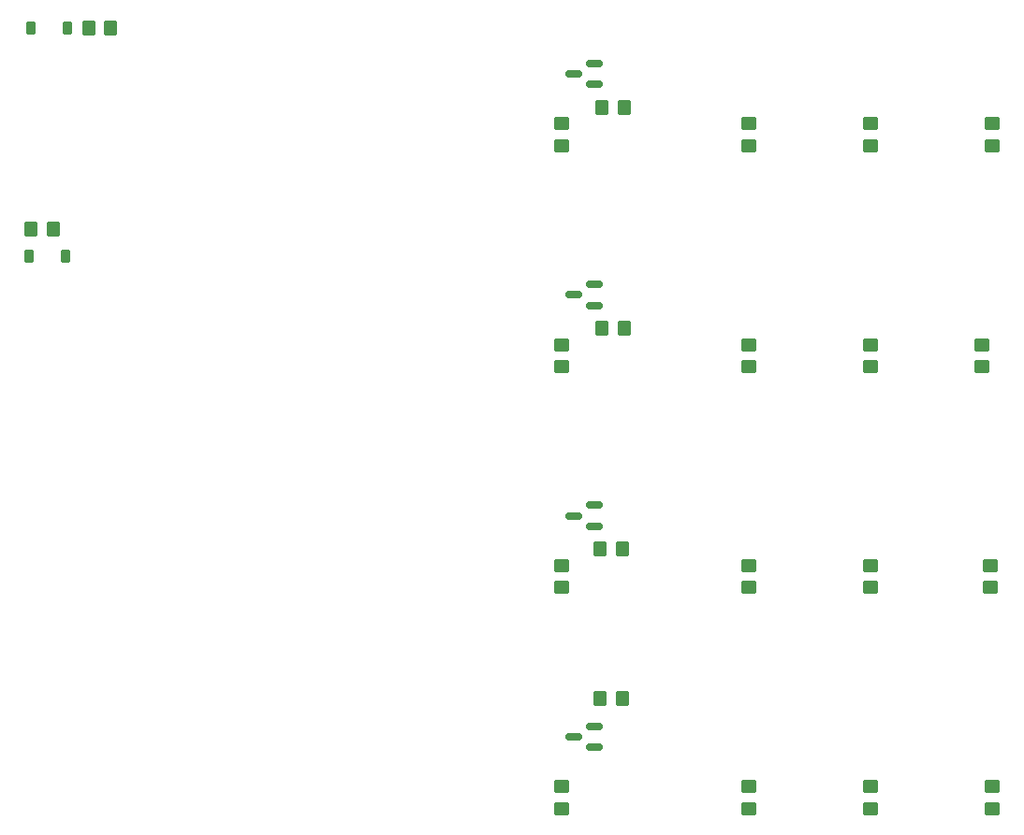
<source format=gbp>
G04 #@! TF.GenerationSoftware,KiCad,Pcbnew,8.0.2-1*
G04 #@! TF.CreationDate,2024-09-25T20:20:04+02:00*
G04 #@! TF.ProjectId,midi-2-cv,6d696469-2d32-42d6-9376-2e6b69636164,rev?*
G04 #@! TF.SameCoordinates,Original*
G04 #@! TF.FileFunction,Paste,Bot*
G04 #@! TF.FilePolarity,Positive*
%FSLAX46Y46*%
G04 Gerber Fmt 4.6, Leading zero omitted, Abs format (unit mm)*
G04 Created by KiCad (PCBNEW 8.0.2-1) date 2024-09-25 20:20:04*
%MOMM*%
%LPD*%
G01*
G04 APERTURE LIST*
G04 Aperture macros list*
%AMRoundRect*
0 Rectangle with rounded corners*
0 $1 Rounding radius*
0 $2 $3 $4 $5 $6 $7 $8 $9 X,Y pos of 4 corners*
0 Add a 4 corners polygon primitive as box body*
4,1,4,$2,$3,$4,$5,$6,$7,$8,$9,$2,$3,0*
0 Add four circle primitives for the rounded corners*
1,1,$1+$1,$2,$3*
1,1,$1+$1,$4,$5*
1,1,$1+$1,$6,$7*
1,1,$1+$1,$8,$9*
0 Add four rect primitives between the rounded corners*
20,1,$1+$1,$2,$3,$4,$5,0*
20,1,$1+$1,$4,$5,$6,$7,0*
20,1,$1+$1,$6,$7,$8,$9,0*
20,1,$1+$1,$8,$9,$2,$3,0*%
G04 Aperture macros list end*
%ADD10RoundRect,0.250000X0.450000X-0.350000X0.450000X0.350000X-0.450000X0.350000X-0.450000X-0.350000X0*%
%ADD11RoundRect,0.150000X0.587500X0.150000X-0.587500X0.150000X-0.587500X-0.150000X0.587500X-0.150000X0*%
%ADD12RoundRect,0.250000X-0.350000X-0.450000X0.350000X-0.450000X0.350000X0.450000X-0.350000X0.450000X0*%
%ADD13RoundRect,0.250000X0.350000X0.450000X-0.350000X0.450000X-0.350000X-0.450000X0.350000X-0.450000X0*%
%ADD14RoundRect,0.225000X0.225000X0.375000X-0.225000X0.375000X-0.225000X-0.375000X0.225000X-0.375000X0*%
%ADD15RoundRect,0.225000X-0.225000X-0.375000X0.225000X-0.375000X0.225000X0.375000X-0.225000X0.375000X0*%
G04 APERTURE END LIST*
D10*
X109500000Y-83000000D03*
X109500000Y-81000000D03*
D11*
X112437500Y-115550000D03*
X112437500Y-117450000D03*
X110562500Y-116500000D03*
D10*
X148300000Y-103000000D03*
X148300000Y-101000000D03*
X126400000Y-83000000D03*
X126400000Y-81000000D03*
X137400000Y-63000000D03*
X137400000Y-61000000D03*
X109500000Y-63000000D03*
X109500000Y-61000000D03*
X109500000Y-103000000D03*
X109500000Y-101000000D03*
X148400000Y-123000000D03*
X148400000Y-121000000D03*
X109500000Y-123000000D03*
X109500000Y-121000000D03*
X137400000Y-123000000D03*
X137400000Y-121000000D03*
D12*
X113125000Y-79500000D03*
X115125000Y-79500000D03*
D10*
X147500000Y-83000000D03*
X147500000Y-81000000D03*
X126400000Y-63000000D03*
X126400000Y-61000000D03*
D13*
X115000000Y-99500000D03*
X113000000Y-99500000D03*
D14*
X64800000Y-52300000D03*
X61500000Y-52300000D03*
D12*
X113125000Y-59500000D03*
X115125000Y-59500000D03*
D13*
X115000000Y-113000000D03*
X113000000Y-113000000D03*
D11*
X112437500Y-95550000D03*
X112437500Y-97450000D03*
X110562500Y-96500000D03*
D10*
X137400000Y-83000000D03*
X137400000Y-81000000D03*
X137400000Y-103000000D03*
X137400000Y-101000000D03*
D11*
X112500000Y-55550000D03*
X112500000Y-57450000D03*
X110625000Y-56500000D03*
X112500000Y-75550000D03*
X112500000Y-77450000D03*
X110625000Y-76500000D03*
D10*
X126400000Y-123000000D03*
X126400000Y-121000000D03*
X148400000Y-63000000D03*
X148400000Y-61000000D03*
D15*
X61350000Y-73000000D03*
X64650000Y-73000000D03*
D10*
X126400000Y-103000000D03*
X126400000Y-101000000D03*
D13*
X63500000Y-70500000D03*
X61500000Y-70500000D03*
D12*
X66700000Y-52300000D03*
X68700000Y-52300000D03*
M02*

</source>
